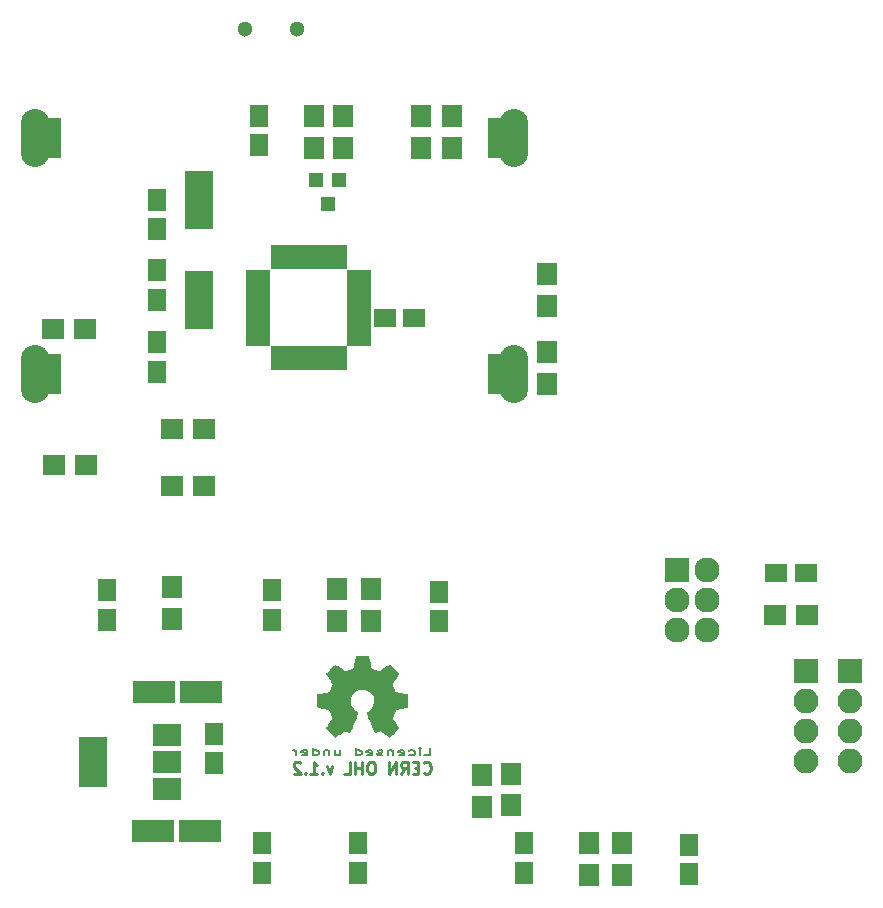
<source format=gbs>
G04 #@! TF.FileFunction,Soldermask,Bot*
%FSLAX46Y46*%
G04 Gerber Fmt 4.6, Leading zero omitted, Abs format (unit mm)*
G04 Created by KiCad (PCBNEW 4.0.7-e1-6374~58~ubuntu16.04.1) date Thu Aug 10 00:10:15 2017*
%MOMM*%
%LPD*%
G01*
G04 APERTURE LIST*
%ADD10C,0.100000*%
%ADD11C,0.250000*%
%ADD12C,0.150000*%
%ADD13C,0.002000*%
%ADD14C,1.900000*%
%ADD15R,1.900000X3.400000*%
%ADD16O,2.400000X4.900000*%
%ADD17C,1.300000*%
%ADD18R,1.650000X1.900000*%
%ADD19R,1.900000X1.650000*%
%ADD20R,2.000000X0.950000*%
%ADD21R,0.950000X2.000000*%
%ADD22R,2.100000X2.100000*%
%ADD23O,2.100000X2.100000*%
%ADD24R,1.200000X1.300000*%
%ADD25R,1.700000X1.900000*%
%ADD26R,1.900000X1.700000*%
%ADD27R,2.400000X4.200000*%
%ADD28R,2.400000X1.900000*%
%ADD29R,3.600000X1.900000*%
%ADD30R,2.400000X4.900000*%
%ADD31R,2.127200X2.127200*%
%ADD32O,2.127200X2.127200*%
G04 APERTURE END LIST*
D10*
D11*
X148826476Y-126868143D02*
X148874095Y-126915762D01*
X149016952Y-126963381D01*
X149112190Y-126963381D01*
X149255048Y-126915762D01*
X149350286Y-126820524D01*
X149397905Y-126725286D01*
X149445524Y-126534810D01*
X149445524Y-126391952D01*
X149397905Y-126201476D01*
X149350286Y-126106238D01*
X149255048Y-126011000D01*
X149112190Y-125963381D01*
X149016952Y-125963381D01*
X148874095Y-126011000D01*
X148826476Y-126058619D01*
X148397905Y-126439571D02*
X148064571Y-126439571D01*
X147921714Y-126963381D02*
X148397905Y-126963381D01*
X148397905Y-125963381D01*
X147921714Y-125963381D01*
X146921714Y-126963381D02*
X147255048Y-126487190D01*
X147493143Y-126963381D02*
X147493143Y-125963381D01*
X147112190Y-125963381D01*
X147016952Y-126011000D01*
X146969333Y-126058619D01*
X146921714Y-126153857D01*
X146921714Y-126296714D01*
X146969333Y-126391952D01*
X147016952Y-126439571D01*
X147112190Y-126487190D01*
X147493143Y-126487190D01*
X146493143Y-126963381D02*
X146493143Y-125963381D01*
X145921714Y-126963381D01*
X145921714Y-125963381D01*
X144493143Y-125963381D02*
X144302666Y-125963381D01*
X144207428Y-126011000D01*
X144112190Y-126106238D01*
X144064571Y-126296714D01*
X144064571Y-126630048D01*
X144112190Y-126820524D01*
X144207428Y-126915762D01*
X144302666Y-126963381D01*
X144493143Y-126963381D01*
X144588381Y-126915762D01*
X144683619Y-126820524D01*
X144731238Y-126630048D01*
X144731238Y-126296714D01*
X144683619Y-126106238D01*
X144588381Y-126011000D01*
X144493143Y-125963381D01*
X143636000Y-126963381D02*
X143636000Y-125963381D01*
X143636000Y-126439571D02*
X143064571Y-126439571D01*
X143064571Y-126963381D02*
X143064571Y-125963381D01*
X142112190Y-126963381D02*
X142588381Y-126963381D01*
X142588381Y-125963381D01*
X141112190Y-126296714D02*
X140874095Y-126963381D01*
X140635999Y-126296714D01*
X140255047Y-126868143D02*
X140207428Y-126915762D01*
X140255047Y-126963381D01*
X140302666Y-126915762D01*
X140255047Y-126868143D01*
X140255047Y-126963381D01*
X139255047Y-126963381D02*
X139826476Y-126963381D01*
X139540762Y-126963381D02*
X139540762Y-125963381D01*
X139636000Y-126106238D01*
X139731238Y-126201476D01*
X139826476Y-126249095D01*
X138826476Y-126868143D02*
X138778857Y-126915762D01*
X138826476Y-126963381D01*
X138874095Y-126915762D01*
X138826476Y-126868143D01*
X138826476Y-126963381D01*
X138397905Y-126058619D02*
X138350286Y-126011000D01*
X138255048Y-125963381D01*
X138016952Y-125963381D01*
X137921714Y-126011000D01*
X137874095Y-126058619D01*
X137826476Y-126153857D01*
X137826476Y-126249095D01*
X137874095Y-126391952D01*
X138445524Y-126963381D01*
X137826476Y-126963381D01*
D12*
X148886000Y-125382429D02*
X149386000Y-125382429D01*
X149386000Y-124782429D01*
X148536000Y-125382429D02*
X148536000Y-124982429D01*
X148536000Y-124782429D02*
X148586000Y-124811000D01*
X148536000Y-124839571D01*
X148486000Y-124811000D01*
X148536000Y-124782429D01*
X148536000Y-124839571D01*
X147586000Y-125353857D02*
X147686000Y-125382429D01*
X147886000Y-125382429D01*
X147986000Y-125353857D01*
X148036000Y-125325286D01*
X148086000Y-125268143D01*
X148086000Y-125096714D01*
X148036000Y-125039571D01*
X147986000Y-125011000D01*
X147886000Y-124982429D01*
X147686000Y-124982429D01*
X147586000Y-125011000D01*
X146736000Y-125353857D02*
X146836000Y-125382429D01*
X147036000Y-125382429D01*
X147136000Y-125353857D01*
X147186000Y-125296714D01*
X147186000Y-125068143D01*
X147136000Y-125011000D01*
X147036000Y-124982429D01*
X146836000Y-124982429D01*
X146736000Y-125011000D01*
X146686000Y-125068143D01*
X146686000Y-125125286D01*
X147186000Y-125182429D01*
X146236000Y-124982429D02*
X146236000Y-125382429D01*
X146236000Y-125039571D02*
X146186000Y-125011000D01*
X146086000Y-124982429D01*
X145936000Y-124982429D01*
X145836000Y-125011000D01*
X145786000Y-125068143D01*
X145786000Y-125382429D01*
X145336000Y-125353857D02*
X145236000Y-125382429D01*
X145036000Y-125382429D01*
X144936000Y-125353857D01*
X144886000Y-125296714D01*
X144886000Y-125268143D01*
X144936000Y-125211000D01*
X145036000Y-125182429D01*
X145186000Y-125182429D01*
X145286000Y-125153857D01*
X145336000Y-125096714D01*
X145336000Y-125068143D01*
X145286000Y-125011000D01*
X145186000Y-124982429D01*
X145036000Y-124982429D01*
X144936000Y-125011000D01*
X144036000Y-125353857D02*
X144136000Y-125382429D01*
X144336000Y-125382429D01*
X144436000Y-125353857D01*
X144486000Y-125296714D01*
X144486000Y-125068143D01*
X144436000Y-125011000D01*
X144336000Y-124982429D01*
X144136000Y-124982429D01*
X144036000Y-125011000D01*
X143986000Y-125068143D01*
X143986000Y-125125286D01*
X144486000Y-125182429D01*
X143086000Y-125382429D02*
X143086000Y-124782429D01*
X143086000Y-125353857D02*
X143186000Y-125382429D01*
X143386000Y-125382429D01*
X143486000Y-125353857D01*
X143536000Y-125325286D01*
X143586000Y-125268143D01*
X143586000Y-125096714D01*
X143536000Y-125039571D01*
X143486000Y-125011000D01*
X143386000Y-124982429D01*
X143186000Y-124982429D01*
X143086000Y-125011000D01*
X141336000Y-124982429D02*
X141336000Y-125382429D01*
X141786000Y-124982429D02*
X141786000Y-125296714D01*
X141736000Y-125353857D01*
X141636000Y-125382429D01*
X141486000Y-125382429D01*
X141386000Y-125353857D01*
X141336000Y-125325286D01*
X140836000Y-124982429D02*
X140836000Y-125382429D01*
X140836000Y-125039571D02*
X140786000Y-125011000D01*
X140686000Y-124982429D01*
X140536000Y-124982429D01*
X140436000Y-125011000D01*
X140386000Y-125068143D01*
X140386000Y-125382429D01*
X139436000Y-125382429D02*
X139436000Y-124782429D01*
X139436000Y-125353857D02*
X139536000Y-125382429D01*
X139736000Y-125382429D01*
X139836000Y-125353857D01*
X139886000Y-125325286D01*
X139936000Y-125268143D01*
X139936000Y-125096714D01*
X139886000Y-125039571D01*
X139836000Y-125011000D01*
X139736000Y-124982429D01*
X139536000Y-124982429D01*
X139436000Y-125011000D01*
X138536000Y-125353857D02*
X138636000Y-125382429D01*
X138836000Y-125382429D01*
X138936000Y-125353857D01*
X138986000Y-125296714D01*
X138986000Y-125068143D01*
X138936000Y-125011000D01*
X138836000Y-124982429D01*
X138636000Y-124982429D01*
X138536000Y-125011000D01*
X138486000Y-125068143D01*
X138486000Y-125125286D01*
X138986000Y-125182429D01*
X138036000Y-125382429D02*
X138036000Y-124982429D01*
X138036000Y-125096714D02*
X137986000Y-125039571D01*
X137936000Y-125011000D01*
X137836000Y-124982429D01*
X137736000Y-124982429D01*
D13*
G36*
X142996530Y-117506328D02*
X142966902Y-117659449D01*
X142938746Y-117795644D01*
X142913883Y-117906818D01*
X142894134Y-117984872D01*
X142881320Y-118021710D01*
X142880357Y-118022954D01*
X142848496Y-118041112D01*
X142779900Y-118072930D01*
X142685554Y-118113918D01*
X142576444Y-118159586D01*
X142463556Y-118205446D01*
X142357876Y-118247007D01*
X142270389Y-118279780D01*
X142212080Y-118299276D01*
X142195744Y-118302734D01*
X142166779Y-118288887D01*
X142103014Y-118250371D01*
X142011526Y-118191723D01*
X141899392Y-118117481D01*
X141773686Y-118032180D01*
X141772807Y-118031576D01*
X141646344Y-117945290D01*
X141532925Y-117868896D01*
X141439796Y-117807195D01*
X141374208Y-117764991D01*
X141343500Y-117747122D01*
X141315436Y-117760137D01*
X141259328Y-117803903D01*
X141181897Y-117871781D01*
X141089862Y-117957132D01*
X140989944Y-118053314D01*
X140888863Y-118153688D01*
X140793338Y-118251613D01*
X140710089Y-118340451D01*
X140645836Y-118413560D01*
X140607299Y-118464301D01*
X140599211Y-118482565D01*
X140613066Y-118515566D01*
X140651584Y-118583047D01*
X140710195Y-118677627D01*
X140784330Y-118791929D01*
X140867251Y-118915397D01*
X140952000Y-119041209D01*
X141025726Y-119153794D01*
X141083880Y-119245950D01*
X141121917Y-119310472D01*
X141135292Y-119339988D01*
X141125467Y-119374578D01*
X141099034Y-119444968D01*
X141060556Y-119540500D01*
X141014597Y-119650518D01*
X140965720Y-119764363D01*
X140918487Y-119871377D01*
X140877462Y-119960902D01*
X140847209Y-120022280D01*
X140833938Y-120043846D01*
X140806085Y-120052568D01*
X140737478Y-120068805D01*
X140637544Y-120090665D01*
X140515712Y-120116253D01*
X140381408Y-120143678D01*
X140244061Y-120171047D01*
X140113097Y-120196467D01*
X139997944Y-120218045D01*
X139908029Y-120233889D01*
X139852780Y-120242105D01*
X139842806Y-120242834D01*
X139837459Y-120266820D01*
X139833877Y-120332685D01*
X139831921Y-120431287D01*
X139831455Y-120553484D01*
X139832338Y-120690135D01*
X139834434Y-120832098D01*
X139837605Y-120970233D01*
X139841712Y-121095397D01*
X139846617Y-121198450D01*
X139852182Y-121270249D01*
X139858269Y-121301654D01*
X139858806Y-121302167D01*
X139891088Y-121311760D01*
X139965029Y-121328709D01*
X140072066Y-121351207D01*
X140203631Y-121377447D01*
X140332964Y-121402210D01*
X140482010Y-121431810D01*
X140613304Y-121460907D01*
X140718336Y-121487384D01*
X140788598Y-121509123D01*
X140814387Y-121522024D01*
X140835275Y-121557981D01*
X140869330Y-121630727D01*
X140912176Y-121729408D01*
X140959439Y-121843169D01*
X141006744Y-121961157D01*
X141049716Y-122072517D01*
X141083979Y-122166395D01*
X141105160Y-122231936D01*
X141109859Y-122255089D01*
X141095916Y-122286255D01*
X141057301Y-122351693D01*
X140998738Y-122443933D01*
X140924951Y-122555503D01*
X140854487Y-122658948D01*
X140771402Y-122781735D01*
X140699624Y-122892326D01*
X140643903Y-122983032D01*
X140608987Y-123046166D01*
X140599211Y-123072161D01*
X140616420Y-123100816D01*
X140663563Y-123157962D01*
X140733914Y-123236681D01*
X140820747Y-123330057D01*
X140917335Y-123431174D01*
X141016953Y-123533116D01*
X141112874Y-123628965D01*
X141198372Y-123711807D01*
X141266722Y-123774724D01*
X141311196Y-123810801D01*
X141323281Y-123816703D01*
X141350448Y-123802926D01*
X141412151Y-123764779D01*
X141501009Y-123707037D01*
X141609638Y-123634477D01*
X141699237Y-123573484D01*
X141819691Y-123491568D01*
X141927641Y-123419487D01*
X142015163Y-123362430D01*
X142074334Y-123325582D01*
X142094869Y-123314503D01*
X142136928Y-123317412D01*
X142209684Y-123339964D01*
X142298870Y-123377625D01*
X142309563Y-123382734D01*
X142397835Y-123421589D01*
X142471158Y-123446898D01*
X142515435Y-123453915D01*
X142518633Y-123453122D01*
X142533948Y-123428305D01*
X142565944Y-123362864D01*
X142611813Y-123263360D01*
X142668743Y-123136358D01*
X142733925Y-122988420D01*
X142804549Y-122826109D01*
X142877804Y-122655990D01*
X142950882Y-122484624D01*
X143020971Y-122318574D01*
X143085262Y-122164405D01*
X143140945Y-122028679D01*
X143185210Y-121917959D01*
X143215246Y-121838808D01*
X143228244Y-121797789D01*
X143228558Y-121795006D01*
X143209435Y-121773774D01*
X143158370Y-121730510D01*
X143084823Y-121673060D01*
X143050852Y-121647586D01*
X142872944Y-121487800D01*
X142737517Y-121307344D01*
X142644986Y-121111978D01*
X142595767Y-120907461D01*
X142590274Y-120699552D01*
X142628922Y-120494010D01*
X142712127Y-120296595D01*
X142840304Y-120113065D01*
X142933314Y-120017180D01*
X143109364Y-119886241D01*
X143298478Y-119800272D01*
X143494959Y-119756760D01*
X143693112Y-119753193D01*
X143887240Y-119787056D01*
X144071649Y-119855836D01*
X144240642Y-119957020D01*
X144388524Y-120088094D01*
X144509599Y-120246546D01*
X144598171Y-120429861D01*
X144648544Y-120635526D01*
X144658106Y-120778278D01*
X144633973Y-121006942D01*
X144562070Y-121218294D01*
X144443135Y-121410937D01*
X144277909Y-121583474D01*
X144197621Y-121647586D01*
X144117668Y-121708545D01*
X144056373Y-121758490D01*
X144023195Y-121789576D01*
X144019915Y-121795006D01*
X144029627Y-121828796D01*
X144056889Y-121901854D01*
X144098888Y-122007614D01*
X144152813Y-122139514D01*
X144215849Y-122290991D01*
X144285186Y-122455481D01*
X144358011Y-122626421D01*
X144431511Y-122797249D01*
X144502874Y-122961399D01*
X144569288Y-123112310D01*
X144627939Y-123243418D01*
X144676017Y-123348160D01*
X144710708Y-123419973D01*
X144729199Y-123452292D01*
X144730544Y-123453392D01*
X144769254Y-123449219D01*
X144839373Y-123425686D01*
X144927304Y-123387543D01*
X144948532Y-123377245D01*
X145130367Y-123287223D01*
X145517328Y-123551963D01*
X145641404Y-123636073D01*
X145751390Y-123709161D01*
X145840243Y-123766665D01*
X145900921Y-123804024D01*
X145926112Y-123816703D01*
X145950092Y-123799434D01*
X146004010Y-123751321D01*
X146081990Y-123677907D01*
X146178156Y-123584735D01*
X146286630Y-123477347D01*
X146298598Y-123465368D01*
X146407297Y-123354356D01*
X146502285Y-123253324D01*
X146577976Y-123168547D01*
X146628782Y-123106300D01*
X146649117Y-123072859D01*
X146649261Y-123071488D01*
X146635301Y-123037409D01*
X146596586Y-122969334D01*
X146537863Y-122874935D01*
X146463880Y-122761885D01*
X146393985Y-122658948D01*
X146311043Y-122536894D01*
X146239348Y-122427881D01*
X146183622Y-122339379D01*
X146148591Y-122278859D01*
X146138614Y-122255089D01*
X146148088Y-122215716D01*
X146173695Y-122140442D01*
X146211059Y-122040120D01*
X146255806Y-121925606D01*
X146303560Y-121807752D01*
X146349947Y-121697415D01*
X146390591Y-121605446D01*
X146421118Y-121542702D01*
X146434086Y-121522024D01*
X146469128Y-121505809D01*
X146545984Y-121483103D01*
X146656146Y-121456024D01*
X146791104Y-121426689D01*
X146915509Y-121402210D01*
X147061580Y-121374173D01*
X147190663Y-121348285D01*
X147294194Y-121326355D01*
X147363605Y-121310191D01*
X147389666Y-121302167D01*
X147395791Y-121274619D01*
X147401406Y-121205899D01*
X147406373Y-121105149D01*
X147410553Y-120981509D01*
X147413808Y-120844121D01*
X147416001Y-120702128D01*
X147416993Y-120564669D01*
X147416646Y-120440888D01*
X147414823Y-120339924D01*
X147411385Y-120270920D01*
X147406193Y-120243018D01*
X147405666Y-120242834D01*
X147366137Y-120238028D01*
X147288344Y-120224873D01*
X147181713Y-120205260D01*
X147055672Y-120181084D01*
X146919649Y-120154236D01*
X146783071Y-120126609D01*
X146655365Y-120100096D01*
X146545960Y-120076590D01*
X146464281Y-120057983D01*
X146419758Y-120046168D01*
X146414534Y-120043846D01*
X146395993Y-120012182D01*
X146363083Y-119943966D01*
X146320366Y-119849856D01*
X146272405Y-119740510D01*
X146223764Y-119626586D01*
X146179006Y-119518742D01*
X146142694Y-119427635D01*
X146119391Y-119363924D01*
X146113181Y-119339988D01*
X146126993Y-119309675D01*
X146165396Y-119244642D01*
X146223843Y-119152093D01*
X146297786Y-119039233D01*
X146381221Y-118915397D01*
X146466098Y-118788966D01*
X146539909Y-118675058D01*
X146598085Y-118581050D01*
X146636056Y-118514322D01*
X146649261Y-118482565D01*
X146631894Y-118450688D01*
X146584272Y-118391958D01*
X146513116Y-118313015D01*
X146425145Y-118220499D01*
X146327080Y-118121051D01*
X146225639Y-118021310D01*
X146127544Y-117927916D01*
X146039513Y-117847510D01*
X145968268Y-117786731D01*
X145920527Y-117752219D01*
X145904972Y-117747122D01*
X145873853Y-117765248D01*
X145808006Y-117807634D01*
X145714679Y-117869476D01*
X145601121Y-117945973D01*
X145475666Y-118031576D01*
X145349893Y-118116936D01*
X145237643Y-118191269D01*
X145145991Y-118250037D01*
X145082015Y-118288704D01*
X145052792Y-118302733D01*
X145052729Y-118302734D01*
X145016984Y-118293263D01*
X144945527Y-118267846D01*
X144849343Y-118230970D01*
X144739418Y-118187126D01*
X144626737Y-118140803D01*
X144522287Y-118096491D01*
X144437052Y-118058678D01*
X144382018Y-118031854D01*
X144368115Y-118022954D01*
X144356232Y-117991471D01*
X144337201Y-117917824D01*
X144312843Y-117810109D01*
X144284978Y-117676424D01*
X144255428Y-117524867D01*
X144251942Y-117506328D01*
X144159655Y-117013588D01*
X143088817Y-117013588D01*
X142996530Y-117506328D01*
X142996530Y-117506328D01*
G37*
X142996530Y-117506328D02*
X142966902Y-117659449D01*
X142938746Y-117795644D01*
X142913883Y-117906818D01*
X142894134Y-117984872D01*
X142881320Y-118021710D01*
X142880357Y-118022954D01*
X142848496Y-118041112D01*
X142779900Y-118072930D01*
X142685554Y-118113918D01*
X142576444Y-118159586D01*
X142463556Y-118205446D01*
X142357876Y-118247007D01*
X142270389Y-118279780D01*
X142212080Y-118299276D01*
X142195744Y-118302734D01*
X142166779Y-118288887D01*
X142103014Y-118250371D01*
X142011526Y-118191723D01*
X141899392Y-118117481D01*
X141773686Y-118032180D01*
X141772807Y-118031576D01*
X141646344Y-117945290D01*
X141532925Y-117868896D01*
X141439796Y-117807195D01*
X141374208Y-117764991D01*
X141343500Y-117747122D01*
X141315436Y-117760137D01*
X141259328Y-117803903D01*
X141181897Y-117871781D01*
X141089862Y-117957132D01*
X140989944Y-118053314D01*
X140888863Y-118153688D01*
X140793338Y-118251613D01*
X140710089Y-118340451D01*
X140645836Y-118413560D01*
X140607299Y-118464301D01*
X140599211Y-118482565D01*
X140613066Y-118515566D01*
X140651584Y-118583047D01*
X140710195Y-118677627D01*
X140784330Y-118791929D01*
X140867251Y-118915397D01*
X140952000Y-119041209D01*
X141025726Y-119153794D01*
X141083880Y-119245950D01*
X141121917Y-119310472D01*
X141135292Y-119339988D01*
X141125467Y-119374578D01*
X141099034Y-119444968D01*
X141060556Y-119540500D01*
X141014597Y-119650518D01*
X140965720Y-119764363D01*
X140918487Y-119871377D01*
X140877462Y-119960902D01*
X140847209Y-120022280D01*
X140833938Y-120043846D01*
X140806085Y-120052568D01*
X140737478Y-120068805D01*
X140637544Y-120090665D01*
X140515712Y-120116253D01*
X140381408Y-120143678D01*
X140244061Y-120171047D01*
X140113097Y-120196467D01*
X139997944Y-120218045D01*
X139908029Y-120233889D01*
X139852780Y-120242105D01*
X139842806Y-120242834D01*
X139837459Y-120266820D01*
X139833877Y-120332685D01*
X139831921Y-120431287D01*
X139831455Y-120553484D01*
X139832338Y-120690135D01*
X139834434Y-120832098D01*
X139837605Y-120970233D01*
X139841712Y-121095397D01*
X139846617Y-121198450D01*
X139852182Y-121270249D01*
X139858269Y-121301654D01*
X139858806Y-121302167D01*
X139891088Y-121311760D01*
X139965029Y-121328709D01*
X140072066Y-121351207D01*
X140203631Y-121377447D01*
X140332964Y-121402210D01*
X140482010Y-121431810D01*
X140613304Y-121460907D01*
X140718336Y-121487384D01*
X140788598Y-121509123D01*
X140814387Y-121522024D01*
X140835275Y-121557981D01*
X140869330Y-121630727D01*
X140912176Y-121729408D01*
X140959439Y-121843169D01*
X141006744Y-121961157D01*
X141049716Y-122072517D01*
X141083979Y-122166395D01*
X141105160Y-122231936D01*
X141109859Y-122255089D01*
X141095916Y-122286255D01*
X141057301Y-122351693D01*
X140998738Y-122443933D01*
X140924951Y-122555503D01*
X140854487Y-122658948D01*
X140771402Y-122781735D01*
X140699624Y-122892326D01*
X140643903Y-122983032D01*
X140608987Y-123046166D01*
X140599211Y-123072161D01*
X140616420Y-123100816D01*
X140663563Y-123157962D01*
X140733914Y-123236681D01*
X140820747Y-123330057D01*
X140917335Y-123431174D01*
X141016953Y-123533116D01*
X141112874Y-123628965D01*
X141198372Y-123711807D01*
X141266722Y-123774724D01*
X141311196Y-123810801D01*
X141323281Y-123816703D01*
X141350448Y-123802926D01*
X141412151Y-123764779D01*
X141501009Y-123707037D01*
X141609638Y-123634477D01*
X141699237Y-123573484D01*
X141819691Y-123491568D01*
X141927641Y-123419487D01*
X142015163Y-123362430D01*
X142074334Y-123325582D01*
X142094869Y-123314503D01*
X142136928Y-123317412D01*
X142209684Y-123339964D01*
X142298870Y-123377625D01*
X142309563Y-123382734D01*
X142397835Y-123421589D01*
X142471158Y-123446898D01*
X142515435Y-123453915D01*
X142518633Y-123453122D01*
X142533948Y-123428305D01*
X142565944Y-123362864D01*
X142611813Y-123263360D01*
X142668743Y-123136358D01*
X142733925Y-122988420D01*
X142804549Y-122826109D01*
X142877804Y-122655990D01*
X142950882Y-122484624D01*
X143020971Y-122318574D01*
X143085262Y-122164405D01*
X143140945Y-122028679D01*
X143185210Y-121917959D01*
X143215246Y-121838808D01*
X143228244Y-121797789D01*
X143228558Y-121795006D01*
X143209435Y-121773774D01*
X143158370Y-121730510D01*
X143084823Y-121673060D01*
X143050852Y-121647586D01*
X142872944Y-121487800D01*
X142737517Y-121307344D01*
X142644986Y-121111978D01*
X142595767Y-120907461D01*
X142590274Y-120699552D01*
X142628922Y-120494010D01*
X142712127Y-120296595D01*
X142840304Y-120113065D01*
X142933314Y-120017180D01*
X143109364Y-119886241D01*
X143298478Y-119800272D01*
X143494959Y-119756760D01*
X143693112Y-119753193D01*
X143887240Y-119787056D01*
X144071649Y-119855836D01*
X144240642Y-119957020D01*
X144388524Y-120088094D01*
X144509599Y-120246546D01*
X144598171Y-120429861D01*
X144648544Y-120635526D01*
X144658106Y-120778278D01*
X144633973Y-121006942D01*
X144562070Y-121218294D01*
X144443135Y-121410937D01*
X144277909Y-121583474D01*
X144197621Y-121647586D01*
X144117668Y-121708545D01*
X144056373Y-121758490D01*
X144023195Y-121789576D01*
X144019915Y-121795006D01*
X144029627Y-121828796D01*
X144056889Y-121901854D01*
X144098888Y-122007614D01*
X144152813Y-122139514D01*
X144215849Y-122290991D01*
X144285186Y-122455481D01*
X144358011Y-122626421D01*
X144431511Y-122797249D01*
X144502874Y-122961399D01*
X144569288Y-123112310D01*
X144627939Y-123243418D01*
X144676017Y-123348160D01*
X144710708Y-123419973D01*
X144729199Y-123452292D01*
X144730544Y-123453392D01*
X144769254Y-123449219D01*
X144839373Y-123425686D01*
X144927304Y-123387543D01*
X144948532Y-123377245D01*
X145130367Y-123287223D01*
X145517328Y-123551963D01*
X145641404Y-123636073D01*
X145751390Y-123709161D01*
X145840243Y-123766665D01*
X145900921Y-123804024D01*
X145926112Y-123816703D01*
X145950092Y-123799434D01*
X146004010Y-123751321D01*
X146081990Y-123677907D01*
X146178156Y-123584735D01*
X146286630Y-123477347D01*
X146298598Y-123465368D01*
X146407297Y-123354356D01*
X146502285Y-123253324D01*
X146577976Y-123168547D01*
X146628782Y-123106300D01*
X146649117Y-123072859D01*
X146649261Y-123071488D01*
X146635301Y-123037409D01*
X146596586Y-122969334D01*
X146537863Y-122874935D01*
X146463880Y-122761885D01*
X146393985Y-122658948D01*
X146311043Y-122536894D01*
X146239348Y-122427881D01*
X146183622Y-122339379D01*
X146148591Y-122278859D01*
X146138614Y-122255089D01*
X146148088Y-122215716D01*
X146173695Y-122140442D01*
X146211059Y-122040120D01*
X146255806Y-121925606D01*
X146303560Y-121807752D01*
X146349947Y-121697415D01*
X146390591Y-121605446D01*
X146421118Y-121542702D01*
X146434086Y-121522024D01*
X146469128Y-121505809D01*
X146545984Y-121483103D01*
X146656146Y-121456024D01*
X146791104Y-121426689D01*
X146915509Y-121402210D01*
X147061580Y-121374173D01*
X147190663Y-121348285D01*
X147294194Y-121326355D01*
X147363605Y-121310191D01*
X147389666Y-121302167D01*
X147395791Y-121274619D01*
X147401406Y-121205899D01*
X147406373Y-121105149D01*
X147410553Y-120981509D01*
X147413808Y-120844121D01*
X147416001Y-120702128D01*
X147416993Y-120564669D01*
X147416646Y-120440888D01*
X147414823Y-120339924D01*
X147411385Y-120270920D01*
X147406193Y-120243018D01*
X147405666Y-120242834D01*
X147366137Y-120238028D01*
X147288344Y-120224873D01*
X147181713Y-120205260D01*
X147055672Y-120181084D01*
X146919649Y-120154236D01*
X146783071Y-120126609D01*
X146655365Y-120100096D01*
X146545960Y-120076590D01*
X146464281Y-120057983D01*
X146419758Y-120046168D01*
X146414534Y-120043846D01*
X146395993Y-120012182D01*
X146363083Y-119943966D01*
X146320366Y-119849856D01*
X146272405Y-119740510D01*
X146223764Y-119626586D01*
X146179006Y-119518742D01*
X146142694Y-119427635D01*
X146119391Y-119363924D01*
X146113181Y-119339988D01*
X146126993Y-119309675D01*
X146165396Y-119244642D01*
X146223843Y-119152093D01*
X146297786Y-119039233D01*
X146381221Y-118915397D01*
X146466098Y-118788966D01*
X146539909Y-118675058D01*
X146598085Y-118581050D01*
X146636056Y-118514322D01*
X146649261Y-118482565D01*
X146631894Y-118450688D01*
X146584272Y-118391958D01*
X146513116Y-118313015D01*
X146425145Y-118220499D01*
X146327080Y-118121051D01*
X146225639Y-118021310D01*
X146127544Y-117927916D01*
X146039513Y-117847510D01*
X145968268Y-117786731D01*
X145920527Y-117752219D01*
X145904972Y-117747122D01*
X145873853Y-117765248D01*
X145808006Y-117807634D01*
X145714679Y-117869476D01*
X145601121Y-117945973D01*
X145475666Y-118031576D01*
X145349893Y-118116936D01*
X145237643Y-118191269D01*
X145145991Y-118250037D01*
X145082015Y-118288704D01*
X145052792Y-118302733D01*
X145052729Y-118302734D01*
X145016984Y-118293263D01*
X144945527Y-118267846D01*
X144849343Y-118230970D01*
X144739418Y-118187126D01*
X144626737Y-118140803D01*
X144522287Y-118096491D01*
X144437052Y-118058678D01*
X144382018Y-118031854D01*
X144368115Y-118022954D01*
X144356232Y-117991471D01*
X144337201Y-117917824D01*
X144312843Y-117810109D01*
X144284978Y-117676424D01*
X144255428Y-117524867D01*
X144251942Y-117506328D01*
X144159655Y-117013588D01*
X143088817Y-117013588D01*
X142996530Y-117506328D01*
D14*
X156450000Y-93600000D03*
X156450000Y-92350000D03*
X115950000Y-93850000D03*
X115950000Y-92600000D03*
X115950000Y-94350000D03*
X115950000Y-91850000D03*
X115950000Y-74350000D03*
X115950000Y-73850000D03*
X115950000Y-71850000D03*
X115950000Y-72350000D03*
X156450000Y-94350000D03*
X156450000Y-91850000D03*
X156450000Y-73600000D03*
D15*
X155200000Y-73100000D03*
X155200000Y-93100000D03*
X117200000Y-93100000D03*
X117200000Y-73100000D03*
D16*
X156450000Y-93100000D03*
X115950000Y-93100000D03*
X156450000Y-73100000D03*
X115950000Y-73100000D03*
D14*
X156450000Y-71850000D03*
X156450000Y-74350000D03*
X156450000Y-72350000D03*
D17*
X138100000Y-63900000D03*
X133700000Y-63900000D03*
D18*
X131064000Y-126091000D03*
X131064000Y-123591000D03*
D19*
X148062000Y-88392000D03*
X145562000Y-88392000D03*
D18*
X126238000Y-90444000D03*
X126238000Y-92944000D03*
X126238000Y-86848000D03*
X126238000Y-84348000D03*
X126238000Y-78379000D03*
X126238000Y-80879000D03*
X122000000Y-113950000D03*
X122000000Y-111450000D03*
X136000000Y-113950000D03*
X136000000Y-111450000D03*
X150100000Y-114050000D03*
X150100000Y-111550000D03*
X135128000Y-132862000D03*
X135128000Y-135362000D03*
X143300000Y-135350000D03*
X143300000Y-132850000D03*
X157300000Y-135350000D03*
X157300000Y-132850000D03*
X171323000Y-135489000D03*
X171323000Y-132989000D03*
X134874000Y-71267000D03*
X134874000Y-73767000D03*
D20*
X134850000Y-90300000D03*
X134850000Y-89500000D03*
X134850000Y-88700000D03*
X134850000Y-87900000D03*
X134850000Y-87100000D03*
X134850000Y-86300000D03*
X134850000Y-85500000D03*
X134850000Y-84700000D03*
D21*
X136300000Y-83250000D03*
X137100000Y-83250000D03*
X137900000Y-83250000D03*
X138700000Y-83250000D03*
X139500000Y-83250000D03*
X140300000Y-83250000D03*
X141100000Y-83250000D03*
X141900000Y-83250000D03*
D20*
X143350000Y-84700000D03*
X143350000Y-85500000D03*
X143350000Y-86300000D03*
X143350000Y-87100000D03*
X143350000Y-87900000D03*
X143350000Y-88700000D03*
X143350000Y-89500000D03*
X143350000Y-90300000D03*
D21*
X141900000Y-91750000D03*
X141100000Y-91750000D03*
X140300000Y-91750000D03*
X139500000Y-91750000D03*
X138700000Y-91750000D03*
X137900000Y-91750000D03*
X137100000Y-91750000D03*
X136300000Y-91750000D03*
D22*
X184900000Y-118300000D03*
D23*
X184900000Y-120840000D03*
X184900000Y-123380000D03*
X184900000Y-125920000D03*
D24*
X139766000Y-76724000D03*
X141666000Y-76724000D03*
X140716000Y-78724000D03*
D25*
X148590000Y-71294000D03*
X148590000Y-73994000D03*
D26*
X127550000Y-97800000D03*
X130250000Y-97800000D03*
D25*
X151257000Y-71294000D03*
X151257000Y-73994000D03*
D26*
X127550000Y-102600000D03*
X130250000Y-102600000D03*
D25*
X127508000Y-111172000D03*
X127508000Y-113872000D03*
X141478000Y-111299000D03*
X141478000Y-113999000D03*
X144400000Y-111350000D03*
X144400000Y-114050000D03*
X153800000Y-127050000D03*
X153800000Y-129750000D03*
X156200000Y-126950000D03*
X156200000Y-129650000D03*
X162800000Y-132850000D03*
X162800000Y-135550000D03*
X165600000Y-132850000D03*
X165600000Y-135550000D03*
D26*
X120150000Y-89300000D03*
X117450000Y-89300000D03*
D25*
X159258000Y-87329000D03*
X159258000Y-84629000D03*
D26*
X120250000Y-100800000D03*
X117550000Y-100800000D03*
D25*
X159258000Y-91233000D03*
X159258000Y-93933000D03*
X139573000Y-73994000D03*
X139573000Y-71294000D03*
X141986000Y-71294000D03*
X141986000Y-73994000D03*
D27*
X120802000Y-125984000D03*
D28*
X127102000Y-125984000D03*
X127102000Y-128284000D03*
X127102000Y-123684000D03*
D29*
X125889000Y-131826000D03*
X129889000Y-131826000D03*
X126016000Y-120015000D03*
X130016000Y-120015000D03*
D30*
X129800000Y-86850000D03*
X129800000Y-78350000D03*
D31*
X170300000Y-109700000D03*
D32*
X172840000Y-109700000D03*
X170300000Y-112240000D03*
X172840000Y-112240000D03*
X170300000Y-114780000D03*
X172840000Y-114780000D03*
D22*
X181229000Y-118300500D03*
D23*
X181229000Y-120840500D03*
X181229000Y-123380500D03*
X181229000Y-125920500D03*
D19*
X178709000Y-109982000D03*
X181209000Y-109982000D03*
D26*
X181309000Y-113538000D03*
X178609000Y-113538000D03*
M02*

</source>
